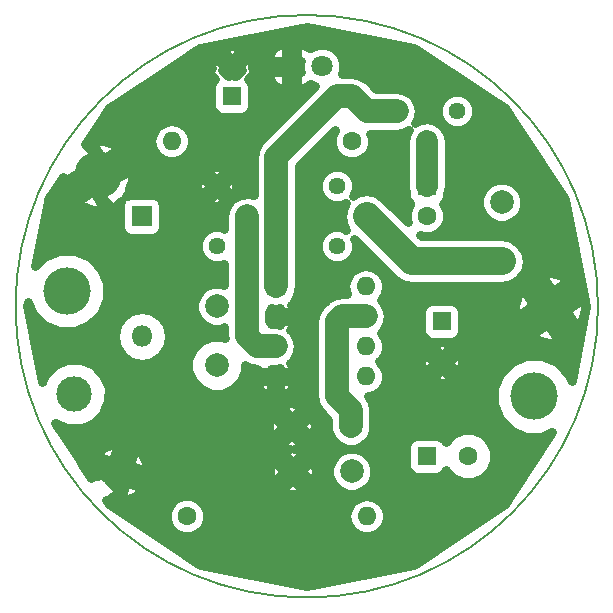
<source format=gbr>
%TF.GenerationSoftware,KiCad,Pcbnew,4.0.7*%
%TF.CreationDate,2020-08-23T22:37:38+12:00*%
%TF.ProjectId,jar-of-dirt,6A61722D6F662D646972742E6B696361,rev?*%
%TF.FileFunction,Copper,L2,Bot,Signal*%
%FSLAX46Y46*%
G04 Gerber Fmt 4.6, Leading zero omitted, Abs format (unit mm)*
G04 Created by KiCad (PCBNEW 4.0.7) date 2020 August 23, Sunday 22:37:38*
%MOMM*%
%LPD*%
G01*
G04 APERTURE LIST*
%ADD10C,0.150000*%
%ADD11C,1.440000*%
%ADD12C,2.999740*%
%ADD13C,4.000500*%
%ADD14R,1.600000X1.600000*%
%ADD15C,1.600000*%
%ADD16O,1.600000X1.600000*%
%ADD17R,1.800000X1.800000*%
%ADD18C,1.800000*%
%ADD19C,2.000000*%
%ADD20O,1.800000X1.800000*%
%ADD21C,2.000000*%
%ADD22C,1.900000*%
%ADD23C,2.400000*%
%ADD24C,0.800000*%
G04 APERTURE END LIST*
D10*
X146578940Y-74930000D02*
G75*
G03X146578940Y-74930000I-24658940J0D01*
G01*
D11*
X124460000Y-64770000D03*
X127000000Y-67310000D03*
X124460000Y-69850000D03*
D12*
X102235000Y-82379852D03*
X106045000Y-88978966D03*
D13*
X141190533Y-82569294D03*
X142513732Y-75065059D03*
D14*
X133350000Y-76200000D03*
D15*
X133350000Y-79700000D03*
D14*
X132080000Y-87630000D03*
D15*
X135580000Y-87630000D03*
X111760000Y-92710000D03*
D16*
X127000000Y-92710000D03*
D14*
X119291100Y-73253600D03*
D16*
X126911100Y-80873600D03*
X119291100Y-75793600D03*
X126911100Y-78333600D03*
X119291100Y-78333600D03*
X126911100Y-75793600D03*
X119291100Y-80873600D03*
X126911100Y-73253600D03*
D17*
X120650000Y-54610000D03*
D18*
X123190000Y-54610000D03*
D15*
X125730000Y-60960000D03*
D16*
X110490000Y-60960000D03*
D14*
X132080000Y-64770000D03*
D15*
X132080000Y-67270000D03*
D19*
X114300000Y-74930000D03*
X114300000Y-79930000D03*
X120650000Y-85090000D03*
X125650000Y-85090000D03*
X125730000Y-88900000D03*
X120730000Y-88900000D03*
X138430000Y-71120000D03*
X138430000Y-66120000D03*
D14*
X115570000Y-57150000D03*
D15*
X115570000Y-54650000D03*
D13*
X101600000Y-73660000D03*
X104229601Y-63846194D03*
D11*
X134620000Y-58420000D03*
X132080000Y-60960000D03*
X129540000Y-58420000D03*
X114300000Y-64770000D03*
X116840000Y-67310000D03*
X114300000Y-69850000D03*
D17*
X107950000Y-67310000D03*
D20*
X107950000Y-77470000D03*
D21*
X125650000Y-85090000D02*
X125650000Y-83740000D01*
X124866400Y-75793600D02*
X126911100Y-75793600D01*
X124460000Y-76200000D02*
X124866400Y-75793600D01*
X124460000Y-82550000D02*
X124460000Y-76200000D01*
X125650000Y-83740000D02*
X124460000Y-82550000D01*
D22*
X132080000Y-64770000D02*
X132080000Y-60960000D01*
D23*
X127000000Y-67310000D02*
X130810000Y-71120000D01*
X130810000Y-71120000D02*
X138430000Y-71120000D01*
D21*
X129540000Y-58420000D02*
X127000000Y-58420000D01*
X119340002Y-62269998D02*
X119340002Y-73253600D01*
X124460000Y-57150000D02*
X119340002Y-62269998D01*
X125730000Y-57150000D02*
X124460000Y-57150000D01*
X127000000Y-58420000D02*
X125730000Y-57150000D01*
X119340002Y-73253600D02*
X119291100Y-73253600D01*
X119291100Y-78333600D02*
X117703600Y-78333600D01*
X116840000Y-77470000D02*
X116840000Y-67310000D01*
X117703600Y-78333600D02*
X116840000Y-77470000D01*
D24*
G36*
X130983451Y-53048893D02*
X138667075Y-58182925D01*
X143801107Y-65866549D01*
X145603940Y-74930000D01*
X144339558Y-81286474D01*
X144074806Y-80645723D01*
X143119135Y-79688383D01*
X141869852Y-79169635D01*
X140517149Y-79168455D01*
X139266962Y-79685021D01*
X138309622Y-80640692D01*
X137790874Y-81889975D01*
X137789694Y-83242678D01*
X138306260Y-84492865D01*
X139261931Y-85450205D01*
X140511214Y-85968953D01*
X141863917Y-85970133D01*
X142715417Y-85618301D01*
X138667075Y-91677075D01*
X130983451Y-96811107D01*
X121920000Y-98613940D01*
X112856549Y-96811107D01*
X107222665Y-93046667D01*
X110059706Y-93046667D01*
X110317970Y-93671715D01*
X110795770Y-94150350D01*
X111420366Y-94409704D01*
X112096667Y-94410294D01*
X112721715Y-94152030D01*
X113200350Y-93674230D01*
X113459704Y-93049634D01*
X113460000Y-92710000D01*
X125266695Y-92710000D01*
X125396100Y-93360562D01*
X125764613Y-93912082D01*
X126316133Y-94280595D01*
X126966695Y-94410000D01*
X127033305Y-94410000D01*
X127683867Y-94280595D01*
X128235387Y-93912082D01*
X128603900Y-93360562D01*
X128733305Y-92710000D01*
X128603900Y-92059438D01*
X128235387Y-91507918D01*
X127683867Y-91139405D01*
X127033305Y-91010000D01*
X126966695Y-91010000D01*
X126316133Y-91139405D01*
X125764613Y-91507918D01*
X125396100Y-92059438D01*
X125266695Y-92710000D01*
X113460000Y-92710000D01*
X113460294Y-92373333D01*
X113202030Y-91748285D01*
X112724230Y-91269650D01*
X112099634Y-91010296D01*
X111423333Y-91009706D01*
X110798285Y-91267970D01*
X110319650Y-91745770D01*
X110060296Y-92370366D01*
X110059706Y-93046667D01*
X107222665Y-93046667D01*
X105172925Y-91677075D01*
X104929582Y-91312886D01*
X105098150Y-91481454D01*
X105386305Y-91193298D01*
X106228061Y-91193298D01*
X106547366Y-91373726D01*
X107425561Y-90999189D01*
X107867740Y-90611408D01*
X107869591Y-90411506D01*
X119925601Y-90411506D01*
X120034418Y-90708037D01*
X120779272Y-90836596D01*
X121425582Y-90708037D01*
X121534399Y-90411506D01*
X120730000Y-89607107D01*
X119925601Y-90411506D01*
X107869591Y-90411506D01*
X107871137Y-90244668D01*
X106575284Y-89897445D01*
X106228061Y-91193298D01*
X105386305Y-91193298D01*
X106030859Y-90548744D01*
X105097959Y-89615844D01*
X105126521Y-89509250D01*
X104941894Y-89459779D01*
X104475222Y-88993107D01*
X104205788Y-89262540D01*
X103830668Y-89162027D01*
X103675687Y-89436299D01*
X103350267Y-88949272D01*
X118793404Y-88949272D01*
X118921963Y-89595582D01*
X119218494Y-89704399D01*
X120022893Y-88900000D01*
X121437107Y-88900000D01*
X122241506Y-89704399D01*
X122538037Y-89595582D01*
X122593148Y-89276275D01*
X123829671Y-89276275D01*
X124118319Y-89974857D01*
X124652331Y-90509802D01*
X125350409Y-90799669D01*
X126106275Y-90800329D01*
X126804857Y-90511681D01*
X127339802Y-89977669D01*
X127629669Y-89279591D01*
X127630329Y-88523725D01*
X127341681Y-87825143D01*
X126807669Y-87290198D01*
X126109591Y-87000331D01*
X125353725Y-86999671D01*
X124655143Y-87288319D01*
X124120198Y-87822331D01*
X123830331Y-88520409D01*
X123829671Y-89276275D01*
X122593148Y-89276275D01*
X122666596Y-88850728D01*
X122538037Y-88204418D01*
X122241506Y-88095601D01*
X121437107Y-88900000D01*
X120022893Y-88900000D01*
X119218494Y-88095601D01*
X118921963Y-88204418D01*
X118793404Y-88949272D01*
X103350267Y-88949272D01*
X103015784Y-88448682D01*
X106963479Y-88448682D01*
X108259332Y-88795905D01*
X108439760Y-88476600D01*
X108065223Y-87598405D01*
X107677442Y-87156226D01*
X107310702Y-87152829D01*
X106963479Y-88448682D01*
X103015784Y-88448682D01*
X102524393Y-87713264D01*
X104218863Y-87713264D01*
X105514716Y-88060487D01*
X105861939Y-86764634D01*
X105573250Y-86601506D01*
X119845601Y-86601506D01*
X119954418Y-86898037D01*
X120519248Y-86995524D01*
X120034418Y-87091963D01*
X119925601Y-87388494D01*
X120730000Y-88192893D01*
X121534399Y-87388494D01*
X121425582Y-87091963D01*
X120860752Y-86994476D01*
X121345582Y-86898037D01*
X121454399Y-86601506D01*
X120650000Y-85797107D01*
X119845601Y-86601506D01*
X105573250Y-86601506D01*
X105542634Y-86584206D01*
X104664439Y-86958743D01*
X104222260Y-87346524D01*
X104218863Y-87713264D01*
X102524393Y-87713264D01*
X100607090Y-84843818D01*
X101655650Y-85279218D01*
X102809289Y-85280224D01*
X103150419Y-85139272D01*
X118713404Y-85139272D01*
X118841963Y-85785582D01*
X119138494Y-85894399D01*
X119942893Y-85090000D01*
X121357107Y-85090000D01*
X122161506Y-85894399D01*
X122458037Y-85785582D01*
X122586596Y-85040728D01*
X122458037Y-84394418D01*
X122161506Y-84285601D01*
X121357107Y-85090000D01*
X119942893Y-85090000D01*
X119138494Y-84285601D01*
X118841963Y-84394418D01*
X118713404Y-85139272D01*
X103150419Y-85139272D01*
X103875499Y-84839676D01*
X104691957Y-84024641D01*
X104877213Y-83578494D01*
X119845601Y-83578494D01*
X120650000Y-84382893D01*
X121454399Y-83578494D01*
X121345582Y-83281963D01*
X120600728Y-83153404D01*
X119954418Y-83281963D01*
X119845601Y-83578494D01*
X104877213Y-83578494D01*
X105134366Y-82959202D01*
X105135372Y-81805563D01*
X104694824Y-80739353D01*
X104361349Y-80405295D01*
X111899584Y-80405295D01*
X112264192Y-81287715D01*
X112938734Y-81963435D01*
X113820516Y-82329583D01*
X114775295Y-82330416D01*
X115657715Y-81965808D01*
X116097142Y-81527147D01*
X117721745Y-81527147D01*
X118086720Y-82073416D01*
X118637548Y-82442982D01*
X118891100Y-82300898D01*
X118891100Y-81273600D01*
X119691100Y-81273600D01*
X119691100Y-82300898D01*
X119944652Y-82442982D01*
X120495480Y-82073416D01*
X120860455Y-81527147D01*
X120710827Y-81273600D01*
X119691100Y-81273600D01*
X118891100Y-81273600D01*
X117871373Y-81273600D01*
X117721745Y-81527147D01*
X116097142Y-81527147D01*
X116333435Y-81291266D01*
X116699583Y-80409484D01*
X116700024Y-79904235D01*
X116976501Y-80088971D01*
X117703600Y-80233600D01*
X117729740Y-80233600D01*
X117871373Y-80473600D01*
X118891100Y-80473600D01*
X118891100Y-80233600D01*
X119291100Y-80233600D01*
X119691100Y-80154035D01*
X119691100Y-80473600D01*
X120710827Y-80473600D01*
X120860455Y-80220053D01*
X120539952Y-79740347D01*
X120634603Y-79677103D01*
X121046471Y-79060699D01*
X121191100Y-78333600D01*
X121046471Y-77606501D01*
X120634603Y-76990097D01*
X120539952Y-76926853D01*
X120860455Y-76447147D01*
X120714604Y-76200000D01*
X122560000Y-76200000D01*
X122560000Y-82550000D01*
X122704629Y-83277099D01*
X122906015Y-83578494D01*
X123116497Y-83893503D01*
X123750000Y-84527006D01*
X123750000Y-85089487D01*
X123749671Y-85466275D01*
X124038319Y-86164857D01*
X124572331Y-86699802D01*
X125270409Y-86989669D01*
X126026275Y-86990329D01*
X126414301Y-86830000D01*
X130362368Y-86830000D01*
X130362368Y-88430000D01*
X130425124Y-88763520D01*
X130622234Y-89069838D01*
X130922990Y-89275336D01*
X131280000Y-89347632D01*
X132880000Y-89347632D01*
X133213520Y-89284876D01*
X133519838Y-89087766D01*
X133695628Y-88830489D01*
X133713843Y-88874572D01*
X134332173Y-89493982D01*
X135140473Y-89829618D01*
X136015687Y-89830381D01*
X136824572Y-89496157D01*
X137443982Y-88877827D01*
X137779618Y-88069527D01*
X137780381Y-87194313D01*
X137446157Y-86385428D01*
X136827827Y-85766018D01*
X136019527Y-85430382D01*
X135144313Y-85429619D01*
X134335428Y-85763843D01*
X133716018Y-86382173D01*
X133694566Y-86433836D01*
X133537766Y-86190162D01*
X133237010Y-85984664D01*
X132880000Y-85912368D01*
X131280000Y-85912368D01*
X130946480Y-85975124D01*
X130640162Y-86172234D01*
X130434664Y-86472990D01*
X130362368Y-86830000D01*
X126414301Y-86830000D01*
X126724857Y-86701681D01*
X127259802Y-86167669D01*
X127549669Y-85469591D01*
X127550329Y-84713725D01*
X127550000Y-84712929D01*
X127550000Y-83740000D01*
X127405371Y-83012901D01*
X127092197Y-82544202D01*
X127594967Y-82444195D01*
X128146487Y-82075682D01*
X128515000Y-81524162D01*
X128617037Y-81011187D01*
X132604499Y-81011187D01*
X132682296Y-81299536D01*
X133345238Y-81433298D01*
X134008905Y-81303181D01*
X134017704Y-81299536D01*
X134095501Y-81011187D01*
X133350000Y-80265685D01*
X132604499Y-81011187D01*
X128617037Y-81011187D01*
X128644405Y-80873600D01*
X128515000Y-80223038D01*
X128162337Y-79695238D01*
X131616702Y-79695238D01*
X131746819Y-80358905D01*
X131750464Y-80367704D01*
X132038813Y-80445501D01*
X132784315Y-79700000D01*
X133915685Y-79700000D01*
X134661187Y-80445501D01*
X134949536Y-80367704D01*
X135083298Y-79704762D01*
X134953181Y-79041095D01*
X134949536Y-79032296D01*
X134661187Y-78954499D01*
X133915685Y-79700000D01*
X132784315Y-79700000D01*
X132038813Y-78954499D01*
X131750464Y-79032296D01*
X131616702Y-79695238D01*
X128162337Y-79695238D01*
X128146487Y-79671518D01*
X128044840Y-79603600D01*
X128146487Y-79535682D01*
X128515000Y-78984162D01*
X128633422Y-78388813D01*
X132604499Y-78388813D01*
X133350000Y-79134315D01*
X134095501Y-78388813D01*
X134017704Y-78100464D01*
X133354762Y-77966702D01*
X132691095Y-78096819D01*
X132682296Y-78100464D01*
X132604499Y-78388813D01*
X128633422Y-78388813D01*
X128644405Y-78333600D01*
X128515000Y-77683038D01*
X128182438Y-77185322D01*
X128254603Y-77137103D01*
X128666471Y-76520699D01*
X128811100Y-75793600D01*
X128732809Y-75400000D01*
X131632368Y-75400000D01*
X131632368Y-77000000D01*
X131695124Y-77333520D01*
X131892234Y-77639838D01*
X132192990Y-77845336D01*
X132550000Y-77917632D01*
X134150000Y-77917632D01*
X134483520Y-77854876D01*
X134789838Y-77657766D01*
X134995336Y-77357010D01*
X134998255Y-77342591D01*
X141004743Y-77342591D01*
X141206694Y-77717589D01*
X142321266Y-78015858D01*
X142834727Y-78004655D01*
X143152756Y-77721344D01*
X142268126Y-76457962D01*
X141004743Y-77342591D01*
X134998255Y-77342591D01*
X135067632Y-77000000D01*
X135067632Y-75400000D01*
X135004876Y-75066480D01*
X134880114Y-74872593D01*
X139562933Y-74872593D01*
X139574136Y-75386054D01*
X139857447Y-75704083D01*
X140419305Y-75310665D01*
X143906635Y-75310665D01*
X144791264Y-76574048D01*
X145166262Y-76372097D01*
X145464531Y-75257525D01*
X145453328Y-74744064D01*
X145170017Y-74426035D01*
X143906635Y-75310665D01*
X140419305Y-75310665D01*
X141120829Y-74819453D01*
X140236200Y-73556070D01*
X139861202Y-73758021D01*
X139562933Y-74872593D01*
X134880114Y-74872593D01*
X134807766Y-74760162D01*
X134507010Y-74554664D01*
X134150000Y-74482368D01*
X132550000Y-74482368D01*
X132216480Y-74545124D01*
X131910162Y-74742234D01*
X131704664Y-75042990D01*
X131632368Y-75400000D01*
X128732809Y-75400000D01*
X128666471Y-75066501D01*
X128254603Y-74450097D01*
X128182438Y-74401878D01*
X128515000Y-73904162D01*
X128644405Y-73253600D01*
X128515000Y-72603038D01*
X128146487Y-72051518D01*
X127594967Y-71683005D01*
X126944405Y-71553600D01*
X126877795Y-71553600D01*
X126227233Y-71683005D01*
X125675713Y-72051518D01*
X125307200Y-72603038D01*
X125177795Y-73253600D01*
X125305099Y-73893600D01*
X124866400Y-73893600D01*
X124139301Y-74038229D01*
X123558908Y-74426035D01*
X123522897Y-74450097D01*
X123116497Y-74856497D01*
X122704629Y-75472901D01*
X122560000Y-76200000D01*
X120714604Y-76200000D01*
X120710827Y-76193600D01*
X119691100Y-76193600D01*
X119691100Y-76513165D01*
X119291100Y-76433600D01*
X118891100Y-76433600D01*
X118891100Y-76193600D01*
X118740000Y-76193600D01*
X118740000Y-75393600D01*
X118891100Y-75393600D01*
X118891100Y-75074035D01*
X119291100Y-75153600D01*
X119340002Y-75153600D01*
X119691100Y-75083762D01*
X119691100Y-75393600D01*
X120710827Y-75393600D01*
X120860455Y-75140053D01*
X120621213Y-74781972D01*
X120730938Y-74711366D01*
X120936436Y-74410610D01*
X120992238Y-74135052D01*
X121095373Y-73980699D01*
X121240002Y-73253600D01*
X121240002Y-63057004D01*
X124281423Y-60015583D01*
X124030296Y-60620366D01*
X124029706Y-61296667D01*
X124287970Y-61921715D01*
X124765770Y-62400350D01*
X125390366Y-62659704D01*
X126066667Y-62660294D01*
X126691715Y-62402030D01*
X127170350Y-61924230D01*
X127429704Y-61299634D01*
X127430294Y-60623333D01*
X127304960Y-60320000D01*
X129540000Y-60320000D01*
X130267099Y-60175371D01*
X130547025Y-59988330D01*
X130370823Y-60252036D01*
X130230000Y-60960000D01*
X130230000Y-64770000D01*
X130362368Y-65435458D01*
X130362368Y-65570000D01*
X130425124Y-65903520D01*
X130622234Y-66209838D01*
X130689624Y-66255883D01*
X130639650Y-66305770D01*
X130380296Y-66930366D01*
X130379706Y-67606667D01*
X130459407Y-67799559D01*
X128484924Y-65825076D01*
X127803635Y-65369853D01*
X127000000Y-65210000D01*
X126196365Y-65369853D01*
X125876199Y-65583781D01*
X126079718Y-65093652D01*
X126080281Y-64449176D01*
X125834170Y-63853542D01*
X125378855Y-63397431D01*
X124783652Y-63150282D01*
X124139176Y-63149719D01*
X123543542Y-63395830D01*
X123087431Y-63851145D01*
X122840282Y-64446348D01*
X122839719Y-65090824D01*
X123085830Y-65686458D01*
X123541145Y-66142569D01*
X124136348Y-66389718D01*
X124780824Y-66390281D01*
X125273416Y-66186746D01*
X125059853Y-66506365D01*
X124900000Y-67310000D01*
X125059853Y-68113635D01*
X125273781Y-68433801D01*
X124783652Y-68230282D01*
X124139176Y-68229719D01*
X123543542Y-68475830D01*
X123087431Y-68931145D01*
X122840282Y-69526348D01*
X122839719Y-70170824D01*
X123085830Y-70766458D01*
X123541145Y-71222569D01*
X124136348Y-71469718D01*
X124780824Y-71470281D01*
X125376458Y-71224170D01*
X125832569Y-70768855D01*
X126079718Y-70173652D01*
X126080281Y-69529176D01*
X125961249Y-69241097D01*
X129325076Y-72604924D01*
X130006365Y-73060147D01*
X130810000Y-73220000D01*
X138430000Y-73220000D01*
X139233635Y-73060147D01*
X139914924Y-72604924D01*
X140045987Y-72408774D01*
X141874708Y-72408774D01*
X142759338Y-73672156D01*
X144022721Y-72787527D01*
X143820770Y-72412529D01*
X142706198Y-72114260D01*
X142192737Y-72125463D01*
X141874708Y-72408774D01*
X140045987Y-72408774D01*
X140370147Y-71923635D01*
X140530000Y-71120000D01*
X140370147Y-70316365D01*
X139914924Y-69635076D01*
X139233635Y-69179853D01*
X138430000Y-69020000D01*
X131679848Y-69020000D01*
X131550864Y-68891016D01*
X131740366Y-68969704D01*
X132416667Y-68970294D01*
X133041715Y-68712030D01*
X133520350Y-68234230D01*
X133779704Y-67609634D01*
X133780294Y-66933333D01*
X133599706Y-66496275D01*
X136529671Y-66496275D01*
X136818319Y-67194857D01*
X137352331Y-67729802D01*
X138050409Y-68019669D01*
X138806275Y-68020329D01*
X139504857Y-67731681D01*
X140039802Y-67197669D01*
X140329669Y-66499591D01*
X140330329Y-65743725D01*
X140041681Y-65045143D01*
X139507669Y-64510198D01*
X138809591Y-64220331D01*
X138053725Y-64219671D01*
X137355143Y-64508319D01*
X136820198Y-65042331D01*
X136530331Y-65740409D01*
X136529671Y-66496275D01*
X133599706Y-66496275D01*
X133522030Y-66308285D01*
X133472232Y-66258400D01*
X133519838Y-66227766D01*
X133725336Y-65927010D01*
X133797632Y-65570000D01*
X133797632Y-65435458D01*
X133930000Y-64770000D01*
X133930000Y-60960000D01*
X133789177Y-60252036D01*
X133388148Y-59651852D01*
X132787964Y-59250823D01*
X132080000Y-59110000D01*
X131372036Y-59250823D01*
X131108330Y-59427025D01*
X131295371Y-59147099D01*
X131376184Y-58740824D01*
X132999719Y-58740824D01*
X133245830Y-59336458D01*
X133701145Y-59792569D01*
X134296348Y-60039718D01*
X134940824Y-60040281D01*
X135536458Y-59794170D01*
X135992569Y-59338855D01*
X136239718Y-58743652D01*
X136240281Y-58099176D01*
X135994170Y-57503542D01*
X135538855Y-57047431D01*
X134943652Y-56800282D01*
X134299176Y-56799719D01*
X133703542Y-57045830D01*
X133247431Y-57501145D01*
X133000282Y-58096348D01*
X132999719Y-58740824D01*
X131376184Y-58740824D01*
X131440000Y-58420000D01*
X131295371Y-57692901D01*
X130883503Y-57076497D01*
X130267099Y-56664629D01*
X129540000Y-56520000D01*
X127787006Y-56520000D01*
X127073503Y-55806497D01*
X126902496Y-55692234D01*
X126457099Y-55394629D01*
X125730000Y-55250000D01*
X124873260Y-55250000D01*
X124989687Y-54969613D01*
X124990312Y-54253529D01*
X124716855Y-53591714D01*
X124210949Y-53084924D01*
X123549613Y-52810313D01*
X122833529Y-52809688D01*
X122188855Y-53076063D01*
X122059809Y-52947017D01*
X121729021Y-52810000D01*
X121325000Y-52810000D01*
X121100000Y-53035000D01*
X121100000Y-54160000D01*
X121427845Y-54160000D01*
X121390313Y-54250387D01*
X121389688Y-54966471D01*
X121428333Y-55060000D01*
X121100000Y-55060000D01*
X121100000Y-56185000D01*
X121325000Y-56410000D01*
X121729021Y-56410000D01*
X122059809Y-56272983D01*
X122189306Y-56143486D01*
X122606340Y-56316654D01*
X117996499Y-60926495D01*
X117584631Y-61542899D01*
X117440002Y-62269998D01*
X117440002Y-65529348D01*
X116840000Y-65410000D01*
X116112901Y-65554629D01*
X115496497Y-65966497D01*
X115084629Y-66582901D01*
X114940000Y-67310000D01*
X114940000Y-68361641D01*
X114623652Y-68230282D01*
X113979176Y-68229719D01*
X113383542Y-68475830D01*
X112927431Y-68931145D01*
X112680282Y-69526348D01*
X112679719Y-70170824D01*
X112925830Y-70766458D01*
X113381145Y-71222569D01*
X113976348Y-71469718D01*
X114620824Y-71470281D01*
X114940000Y-71338400D01*
X114940000Y-73138462D01*
X114679591Y-73030331D01*
X113923725Y-73029671D01*
X113225143Y-73318319D01*
X112690198Y-73852331D01*
X112400331Y-74550409D01*
X112399671Y-75306275D01*
X112688319Y-76004857D01*
X113222331Y-76539802D01*
X113920409Y-76829669D01*
X114676275Y-76830329D01*
X114940000Y-76721360D01*
X114940000Y-77470000D01*
X114967551Y-77608509D01*
X114779484Y-77530417D01*
X113824705Y-77529584D01*
X112942285Y-77894192D01*
X112266565Y-78568734D01*
X111900417Y-79450516D01*
X111899584Y-80405295D01*
X104361349Y-80405295D01*
X103879789Y-79922895D01*
X102814350Y-79480486D01*
X101660711Y-79479480D01*
X100594501Y-79920028D01*
X99778043Y-80735063D01*
X99516194Y-81365666D01*
X98732335Y-77424940D01*
X105650000Y-77424940D01*
X105650000Y-77515060D01*
X105825077Y-78395232D01*
X106323654Y-79141406D01*
X107069828Y-79639983D01*
X107950000Y-79815060D01*
X108830172Y-79639983D01*
X109576346Y-79141406D01*
X110074923Y-78395232D01*
X110250000Y-77515060D01*
X110250000Y-77424940D01*
X110074923Y-76544768D01*
X109576346Y-75798594D01*
X108830172Y-75300017D01*
X107950000Y-75124940D01*
X107069828Y-75300017D01*
X106323654Y-75798594D01*
X105825077Y-76544768D01*
X105650000Y-77424940D01*
X98732335Y-77424940D01*
X98236060Y-74930000D01*
X98304178Y-74587546D01*
X98715727Y-75583571D01*
X99671398Y-76540911D01*
X100920681Y-77059659D01*
X102273384Y-77060839D01*
X103523571Y-76544273D01*
X104480911Y-75588602D01*
X104999659Y-74339319D01*
X105000839Y-72986616D01*
X104484273Y-71736429D01*
X103528602Y-70779089D01*
X102279319Y-70260341D01*
X100926616Y-70259161D01*
X99676429Y-70775727D01*
X98910262Y-71540558D01*
X100015621Y-65983543D01*
X102527855Y-65983543D01*
X102696354Y-66374714D01*
X103780688Y-66768990D01*
X104293172Y-66802580D01*
X104634682Y-66548065D01*
X103981069Y-65415972D01*
X104243742Y-65415972D01*
X105537205Y-66709436D01*
X106228422Y-66018219D01*
X106204664Y-66052990D01*
X106132368Y-66410000D01*
X106132368Y-68210000D01*
X106195124Y-68543520D01*
X106392234Y-68849838D01*
X106692990Y-69055336D01*
X107050000Y-69127632D01*
X108850000Y-69127632D01*
X109183520Y-69064876D01*
X109489838Y-68867766D01*
X109695336Y-68567010D01*
X109767632Y-68210000D01*
X109767632Y-66410000D01*
X109704876Y-66076480D01*
X109656159Y-66000771D01*
X113578346Y-66000771D01*
X113643719Y-66285762D01*
X114273733Y-66421529D01*
X114907746Y-66305866D01*
X114956281Y-66285762D01*
X115021654Y-66000771D01*
X114300000Y-65279117D01*
X113578346Y-66000771D01*
X109656159Y-66000771D01*
X109507766Y-65770162D01*
X109207010Y-65564664D01*
X108850000Y-65492368D01*
X107050000Y-65492368D01*
X106716480Y-65555124D01*
X106646461Y-65600180D01*
X107092843Y-65153798D01*
X106907544Y-64968499D01*
X106989271Y-64743733D01*
X112648471Y-64743733D01*
X112764134Y-65377746D01*
X112784238Y-65426281D01*
X113069229Y-65491654D01*
X113790883Y-64770000D01*
X114809117Y-64770000D01*
X115530771Y-65491654D01*
X115815762Y-65426281D01*
X115951529Y-64796267D01*
X115835866Y-64162254D01*
X115815762Y-64113719D01*
X115530771Y-64048346D01*
X114809117Y-64770000D01*
X113790883Y-64770000D01*
X113069229Y-64048346D01*
X112784238Y-64113719D01*
X112648471Y-64743733D01*
X106989271Y-64743733D01*
X107152397Y-64295107D01*
X107185987Y-63782623D01*
X107004595Y-63539229D01*
X113578346Y-63539229D01*
X114300000Y-64260883D01*
X115021654Y-63539229D01*
X114956281Y-63254238D01*
X114326267Y-63118471D01*
X113692254Y-63234134D01*
X113643719Y-63254238D01*
X113578346Y-63539229D01*
X107004595Y-63539229D01*
X106931472Y-63441113D01*
X105947978Y-64008934D01*
X105799379Y-63860335D01*
X104243742Y-65415972D01*
X103981069Y-65415972D01*
X103863530Y-65212390D01*
X102527855Y-65983543D01*
X100015621Y-65983543D01*
X100038893Y-65866549D01*
X101311789Y-63961524D01*
X101527730Y-64251275D01*
X102511224Y-63683454D01*
X102659823Y-63832053D01*
X104215460Y-62276416D01*
X103149796Y-61210752D01*
X103194182Y-61144323D01*
X103824520Y-61144323D01*
X104595672Y-62479998D01*
X105931347Y-61708845D01*
X105762848Y-61317674D01*
X104779177Y-60960000D01*
X108756695Y-60960000D01*
X108886100Y-61610562D01*
X109254613Y-62162082D01*
X109806133Y-62530595D01*
X110456695Y-62660000D01*
X110523305Y-62660000D01*
X111173867Y-62530595D01*
X111725387Y-62162082D01*
X112093900Y-61610562D01*
X112223305Y-60960000D01*
X112093900Y-60309438D01*
X111725387Y-59757918D01*
X111173867Y-59389405D01*
X110523305Y-59260000D01*
X110456695Y-59260000D01*
X109806133Y-59389405D01*
X109254613Y-59757918D01*
X108886100Y-60309438D01*
X108756695Y-60960000D01*
X104779177Y-60960000D01*
X104678514Y-60923398D01*
X104166030Y-60889808D01*
X103824520Y-61144323D01*
X103194182Y-61144323D01*
X105172925Y-58182925D01*
X109798415Y-55092272D01*
X113572090Y-55092272D01*
X114155651Y-55675833D01*
X114130162Y-55692234D01*
X113924664Y-55992990D01*
X113852368Y-56350000D01*
X113852368Y-57950000D01*
X113915124Y-58283520D01*
X114112234Y-58589838D01*
X114412990Y-58795336D01*
X114770000Y-58867632D01*
X116370000Y-58867632D01*
X116703520Y-58804876D01*
X117009838Y-58607766D01*
X117215336Y-58307010D01*
X117287632Y-57950000D01*
X117287632Y-56350000D01*
X117224876Y-56016480D01*
X117027766Y-55710162D01*
X116981579Y-55678603D01*
X117375182Y-55285000D01*
X118850000Y-55285000D01*
X118850000Y-55689021D01*
X118987017Y-56019809D01*
X119240191Y-56272983D01*
X119570979Y-56410000D01*
X119975000Y-56410000D01*
X120200000Y-56185000D01*
X120200000Y-55060000D01*
X119075000Y-55060000D01*
X118850000Y-55285000D01*
X117375182Y-55285000D01*
X117567910Y-55092272D01*
X117274269Y-54798632D01*
X117303298Y-54654762D01*
X117173181Y-53991095D01*
X117169536Y-53982296D01*
X116881187Y-53904499D01*
X116135685Y-54650000D01*
X116418528Y-54932843D01*
X115919003Y-55432368D01*
X115786683Y-55432368D01*
X115570000Y-55215685D01*
X115353317Y-55432368D01*
X115220997Y-55432368D01*
X114721472Y-54932843D01*
X115004315Y-54650000D01*
X114258813Y-53904499D01*
X113970464Y-53982296D01*
X113836702Y-54645238D01*
X113866605Y-54797758D01*
X113572090Y-55092272D01*
X109798415Y-55092272D01*
X112422652Y-53338813D01*
X114824499Y-53338813D01*
X115570000Y-54084315D01*
X116123335Y-53530979D01*
X118850000Y-53530979D01*
X118850000Y-53935000D01*
X119075000Y-54160000D01*
X120200000Y-54160000D01*
X120200000Y-53035000D01*
X119975000Y-52810000D01*
X119570979Y-52810000D01*
X119240191Y-52947017D01*
X118987017Y-53200191D01*
X118850000Y-53530979D01*
X116123335Y-53530979D01*
X116315501Y-53338813D01*
X116237704Y-53050464D01*
X115574762Y-52916702D01*
X114911095Y-53046819D01*
X114902296Y-53050464D01*
X114824499Y-53338813D01*
X112422652Y-53338813D01*
X112856549Y-53048893D01*
X121920000Y-51246060D01*
X130983451Y-53048893D01*
X130983451Y-53048893D01*
G37*
X130983451Y-53048893D02*
X138667075Y-58182925D01*
X143801107Y-65866549D01*
X145603940Y-74930000D01*
X144339558Y-81286474D01*
X144074806Y-80645723D01*
X143119135Y-79688383D01*
X141869852Y-79169635D01*
X140517149Y-79168455D01*
X139266962Y-79685021D01*
X138309622Y-80640692D01*
X137790874Y-81889975D01*
X137789694Y-83242678D01*
X138306260Y-84492865D01*
X139261931Y-85450205D01*
X140511214Y-85968953D01*
X141863917Y-85970133D01*
X142715417Y-85618301D01*
X138667075Y-91677075D01*
X130983451Y-96811107D01*
X121920000Y-98613940D01*
X112856549Y-96811107D01*
X107222665Y-93046667D01*
X110059706Y-93046667D01*
X110317970Y-93671715D01*
X110795770Y-94150350D01*
X111420366Y-94409704D01*
X112096667Y-94410294D01*
X112721715Y-94152030D01*
X113200350Y-93674230D01*
X113459704Y-93049634D01*
X113460000Y-92710000D01*
X125266695Y-92710000D01*
X125396100Y-93360562D01*
X125764613Y-93912082D01*
X126316133Y-94280595D01*
X126966695Y-94410000D01*
X127033305Y-94410000D01*
X127683867Y-94280595D01*
X128235387Y-93912082D01*
X128603900Y-93360562D01*
X128733305Y-92710000D01*
X128603900Y-92059438D01*
X128235387Y-91507918D01*
X127683867Y-91139405D01*
X127033305Y-91010000D01*
X126966695Y-91010000D01*
X126316133Y-91139405D01*
X125764613Y-91507918D01*
X125396100Y-92059438D01*
X125266695Y-92710000D01*
X113460000Y-92710000D01*
X113460294Y-92373333D01*
X113202030Y-91748285D01*
X112724230Y-91269650D01*
X112099634Y-91010296D01*
X111423333Y-91009706D01*
X110798285Y-91267970D01*
X110319650Y-91745770D01*
X110060296Y-92370366D01*
X110059706Y-93046667D01*
X107222665Y-93046667D01*
X105172925Y-91677075D01*
X104929582Y-91312886D01*
X105098150Y-91481454D01*
X105386305Y-91193298D01*
X106228061Y-91193298D01*
X106547366Y-91373726D01*
X107425561Y-90999189D01*
X107867740Y-90611408D01*
X107869591Y-90411506D01*
X119925601Y-90411506D01*
X120034418Y-90708037D01*
X120779272Y-90836596D01*
X121425582Y-90708037D01*
X121534399Y-90411506D01*
X120730000Y-89607107D01*
X119925601Y-90411506D01*
X107869591Y-90411506D01*
X107871137Y-90244668D01*
X106575284Y-89897445D01*
X106228061Y-91193298D01*
X105386305Y-91193298D01*
X106030859Y-90548744D01*
X105097959Y-89615844D01*
X105126521Y-89509250D01*
X104941894Y-89459779D01*
X104475222Y-88993107D01*
X104205788Y-89262540D01*
X103830668Y-89162027D01*
X103675687Y-89436299D01*
X103350267Y-88949272D01*
X118793404Y-88949272D01*
X118921963Y-89595582D01*
X119218494Y-89704399D01*
X120022893Y-88900000D01*
X121437107Y-88900000D01*
X122241506Y-89704399D01*
X122538037Y-89595582D01*
X122593148Y-89276275D01*
X123829671Y-89276275D01*
X124118319Y-89974857D01*
X124652331Y-90509802D01*
X125350409Y-90799669D01*
X126106275Y-90800329D01*
X126804857Y-90511681D01*
X127339802Y-89977669D01*
X127629669Y-89279591D01*
X127630329Y-88523725D01*
X127341681Y-87825143D01*
X126807669Y-87290198D01*
X126109591Y-87000331D01*
X125353725Y-86999671D01*
X124655143Y-87288319D01*
X124120198Y-87822331D01*
X123830331Y-88520409D01*
X123829671Y-89276275D01*
X122593148Y-89276275D01*
X122666596Y-88850728D01*
X122538037Y-88204418D01*
X122241506Y-88095601D01*
X121437107Y-88900000D01*
X120022893Y-88900000D01*
X119218494Y-88095601D01*
X118921963Y-88204418D01*
X118793404Y-88949272D01*
X103350267Y-88949272D01*
X103015784Y-88448682D01*
X106963479Y-88448682D01*
X108259332Y-88795905D01*
X108439760Y-88476600D01*
X108065223Y-87598405D01*
X107677442Y-87156226D01*
X107310702Y-87152829D01*
X106963479Y-88448682D01*
X103015784Y-88448682D01*
X102524393Y-87713264D01*
X104218863Y-87713264D01*
X105514716Y-88060487D01*
X105861939Y-86764634D01*
X105573250Y-86601506D01*
X119845601Y-86601506D01*
X119954418Y-86898037D01*
X120519248Y-86995524D01*
X120034418Y-87091963D01*
X119925601Y-87388494D01*
X120730000Y-88192893D01*
X121534399Y-87388494D01*
X121425582Y-87091963D01*
X120860752Y-86994476D01*
X121345582Y-86898037D01*
X121454399Y-86601506D01*
X120650000Y-85797107D01*
X119845601Y-86601506D01*
X105573250Y-86601506D01*
X105542634Y-86584206D01*
X104664439Y-86958743D01*
X104222260Y-87346524D01*
X104218863Y-87713264D01*
X102524393Y-87713264D01*
X100607090Y-84843818D01*
X101655650Y-85279218D01*
X102809289Y-85280224D01*
X103150419Y-85139272D01*
X118713404Y-85139272D01*
X118841963Y-85785582D01*
X119138494Y-85894399D01*
X119942893Y-85090000D01*
X121357107Y-85090000D01*
X122161506Y-85894399D01*
X122458037Y-85785582D01*
X122586596Y-85040728D01*
X122458037Y-84394418D01*
X122161506Y-84285601D01*
X121357107Y-85090000D01*
X119942893Y-85090000D01*
X119138494Y-84285601D01*
X118841963Y-84394418D01*
X118713404Y-85139272D01*
X103150419Y-85139272D01*
X103875499Y-84839676D01*
X104691957Y-84024641D01*
X104877213Y-83578494D01*
X119845601Y-83578494D01*
X120650000Y-84382893D01*
X121454399Y-83578494D01*
X121345582Y-83281963D01*
X120600728Y-83153404D01*
X119954418Y-83281963D01*
X119845601Y-83578494D01*
X104877213Y-83578494D01*
X105134366Y-82959202D01*
X105135372Y-81805563D01*
X104694824Y-80739353D01*
X104361349Y-80405295D01*
X111899584Y-80405295D01*
X112264192Y-81287715D01*
X112938734Y-81963435D01*
X113820516Y-82329583D01*
X114775295Y-82330416D01*
X115657715Y-81965808D01*
X116097142Y-81527147D01*
X117721745Y-81527147D01*
X118086720Y-82073416D01*
X118637548Y-82442982D01*
X118891100Y-82300898D01*
X118891100Y-81273600D01*
X119691100Y-81273600D01*
X119691100Y-82300898D01*
X119944652Y-82442982D01*
X120495480Y-82073416D01*
X120860455Y-81527147D01*
X120710827Y-81273600D01*
X119691100Y-81273600D01*
X118891100Y-81273600D01*
X117871373Y-81273600D01*
X117721745Y-81527147D01*
X116097142Y-81527147D01*
X116333435Y-81291266D01*
X116699583Y-80409484D01*
X116700024Y-79904235D01*
X116976501Y-80088971D01*
X117703600Y-80233600D01*
X117729740Y-80233600D01*
X117871373Y-80473600D01*
X118891100Y-80473600D01*
X118891100Y-80233600D01*
X119291100Y-80233600D01*
X119691100Y-80154035D01*
X119691100Y-80473600D01*
X120710827Y-80473600D01*
X120860455Y-80220053D01*
X120539952Y-79740347D01*
X120634603Y-79677103D01*
X121046471Y-79060699D01*
X121191100Y-78333600D01*
X121046471Y-77606501D01*
X120634603Y-76990097D01*
X120539952Y-76926853D01*
X120860455Y-76447147D01*
X120714604Y-76200000D01*
X122560000Y-76200000D01*
X122560000Y-82550000D01*
X122704629Y-83277099D01*
X122906015Y-83578494D01*
X123116497Y-83893503D01*
X123750000Y-84527006D01*
X123750000Y-85089487D01*
X123749671Y-85466275D01*
X124038319Y-86164857D01*
X124572331Y-86699802D01*
X125270409Y-86989669D01*
X126026275Y-86990329D01*
X126414301Y-86830000D01*
X130362368Y-86830000D01*
X130362368Y-88430000D01*
X130425124Y-88763520D01*
X130622234Y-89069838D01*
X130922990Y-89275336D01*
X131280000Y-89347632D01*
X132880000Y-89347632D01*
X133213520Y-89284876D01*
X133519838Y-89087766D01*
X133695628Y-88830489D01*
X133713843Y-88874572D01*
X134332173Y-89493982D01*
X135140473Y-89829618D01*
X136015687Y-89830381D01*
X136824572Y-89496157D01*
X137443982Y-88877827D01*
X137779618Y-88069527D01*
X137780381Y-87194313D01*
X137446157Y-86385428D01*
X136827827Y-85766018D01*
X136019527Y-85430382D01*
X135144313Y-85429619D01*
X134335428Y-85763843D01*
X133716018Y-86382173D01*
X133694566Y-86433836D01*
X133537766Y-86190162D01*
X133237010Y-85984664D01*
X132880000Y-85912368D01*
X131280000Y-85912368D01*
X130946480Y-85975124D01*
X130640162Y-86172234D01*
X130434664Y-86472990D01*
X130362368Y-86830000D01*
X126414301Y-86830000D01*
X126724857Y-86701681D01*
X127259802Y-86167669D01*
X127549669Y-85469591D01*
X127550329Y-84713725D01*
X127550000Y-84712929D01*
X127550000Y-83740000D01*
X127405371Y-83012901D01*
X127092197Y-82544202D01*
X127594967Y-82444195D01*
X128146487Y-82075682D01*
X128515000Y-81524162D01*
X128617037Y-81011187D01*
X132604499Y-81011187D01*
X132682296Y-81299536D01*
X133345238Y-81433298D01*
X134008905Y-81303181D01*
X134017704Y-81299536D01*
X134095501Y-81011187D01*
X133350000Y-80265685D01*
X132604499Y-81011187D01*
X128617037Y-81011187D01*
X128644405Y-80873600D01*
X128515000Y-80223038D01*
X128162337Y-79695238D01*
X131616702Y-79695238D01*
X131746819Y-80358905D01*
X131750464Y-80367704D01*
X132038813Y-80445501D01*
X132784315Y-79700000D01*
X133915685Y-79700000D01*
X134661187Y-80445501D01*
X134949536Y-80367704D01*
X135083298Y-79704762D01*
X134953181Y-79041095D01*
X134949536Y-79032296D01*
X134661187Y-78954499D01*
X133915685Y-79700000D01*
X132784315Y-79700000D01*
X132038813Y-78954499D01*
X131750464Y-79032296D01*
X131616702Y-79695238D01*
X128162337Y-79695238D01*
X128146487Y-79671518D01*
X128044840Y-79603600D01*
X128146487Y-79535682D01*
X128515000Y-78984162D01*
X128633422Y-78388813D01*
X132604499Y-78388813D01*
X133350000Y-79134315D01*
X134095501Y-78388813D01*
X134017704Y-78100464D01*
X133354762Y-77966702D01*
X132691095Y-78096819D01*
X132682296Y-78100464D01*
X132604499Y-78388813D01*
X128633422Y-78388813D01*
X128644405Y-78333600D01*
X128515000Y-77683038D01*
X128182438Y-77185322D01*
X128254603Y-77137103D01*
X128666471Y-76520699D01*
X128811100Y-75793600D01*
X128732809Y-75400000D01*
X131632368Y-75400000D01*
X131632368Y-77000000D01*
X131695124Y-77333520D01*
X131892234Y-77639838D01*
X132192990Y-77845336D01*
X132550000Y-77917632D01*
X134150000Y-77917632D01*
X134483520Y-77854876D01*
X134789838Y-77657766D01*
X134995336Y-77357010D01*
X134998255Y-77342591D01*
X141004743Y-77342591D01*
X141206694Y-77717589D01*
X142321266Y-78015858D01*
X142834727Y-78004655D01*
X143152756Y-77721344D01*
X142268126Y-76457962D01*
X141004743Y-77342591D01*
X134998255Y-77342591D01*
X135067632Y-77000000D01*
X135067632Y-75400000D01*
X135004876Y-75066480D01*
X134880114Y-74872593D01*
X139562933Y-74872593D01*
X139574136Y-75386054D01*
X139857447Y-75704083D01*
X140419305Y-75310665D01*
X143906635Y-75310665D01*
X144791264Y-76574048D01*
X145166262Y-76372097D01*
X145464531Y-75257525D01*
X145453328Y-74744064D01*
X145170017Y-74426035D01*
X143906635Y-75310665D01*
X140419305Y-75310665D01*
X141120829Y-74819453D01*
X140236200Y-73556070D01*
X139861202Y-73758021D01*
X139562933Y-74872593D01*
X134880114Y-74872593D01*
X134807766Y-74760162D01*
X134507010Y-74554664D01*
X134150000Y-74482368D01*
X132550000Y-74482368D01*
X132216480Y-74545124D01*
X131910162Y-74742234D01*
X131704664Y-75042990D01*
X131632368Y-75400000D01*
X128732809Y-75400000D01*
X128666471Y-75066501D01*
X128254603Y-74450097D01*
X128182438Y-74401878D01*
X128515000Y-73904162D01*
X128644405Y-73253600D01*
X128515000Y-72603038D01*
X128146487Y-72051518D01*
X127594967Y-71683005D01*
X126944405Y-71553600D01*
X126877795Y-71553600D01*
X126227233Y-71683005D01*
X125675713Y-72051518D01*
X125307200Y-72603038D01*
X125177795Y-73253600D01*
X125305099Y-73893600D01*
X124866400Y-73893600D01*
X124139301Y-74038229D01*
X123558908Y-74426035D01*
X123522897Y-74450097D01*
X123116497Y-74856497D01*
X122704629Y-75472901D01*
X122560000Y-76200000D01*
X120714604Y-76200000D01*
X120710827Y-76193600D01*
X119691100Y-76193600D01*
X119691100Y-76513165D01*
X119291100Y-76433600D01*
X118891100Y-76433600D01*
X118891100Y-76193600D01*
X118740000Y-76193600D01*
X118740000Y-75393600D01*
X118891100Y-75393600D01*
X118891100Y-75074035D01*
X119291100Y-75153600D01*
X119340002Y-75153600D01*
X119691100Y-75083762D01*
X119691100Y-75393600D01*
X120710827Y-75393600D01*
X120860455Y-75140053D01*
X120621213Y-74781972D01*
X120730938Y-74711366D01*
X120936436Y-74410610D01*
X120992238Y-74135052D01*
X121095373Y-73980699D01*
X121240002Y-73253600D01*
X121240002Y-63057004D01*
X124281423Y-60015583D01*
X124030296Y-60620366D01*
X124029706Y-61296667D01*
X124287970Y-61921715D01*
X124765770Y-62400350D01*
X125390366Y-62659704D01*
X126066667Y-62660294D01*
X126691715Y-62402030D01*
X127170350Y-61924230D01*
X127429704Y-61299634D01*
X127430294Y-60623333D01*
X127304960Y-60320000D01*
X129540000Y-60320000D01*
X130267099Y-60175371D01*
X130547025Y-59988330D01*
X130370823Y-60252036D01*
X130230000Y-60960000D01*
X130230000Y-64770000D01*
X130362368Y-65435458D01*
X130362368Y-65570000D01*
X130425124Y-65903520D01*
X130622234Y-66209838D01*
X130689624Y-66255883D01*
X130639650Y-66305770D01*
X130380296Y-66930366D01*
X130379706Y-67606667D01*
X130459407Y-67799559D01*
X128484924Y-65825076D01*
X127803635Y-65369853D01*
X127000000Y-65210000D01*
X126196365Y-65369853D01*
X125876199Y-65583781D01*
X126079718Y-65093652D01*
X126080281Y-64449176D01*
X125834170Y-63853542D01*
X125378855Y-63397431D01*
X124783652Y-63150282D01*
X124139176Y-63149719D01*
X123543542Y-63395830D01*
X123087431Y-63851145D01*
X122840282Y-64446348D01*
X122839719Y-65090824D01*
X123085830Y-65686458D01*
X123541145Y-66142569D01*
X124136348Y-66389718D01*
X124780824Y-66390281D01*
X125273416Y-66186746D01*
X125059853Y-66506365D01*
X124900000Y-67310000D01*
X125059853Y-68113635D01*
X125273781Y-68433801D01*
X124783652Y-68230282D01*
X124139176Y-68229719D01*
X123543542Y-68475830D01*
X123087431Y-68931145D01*
X122840282Y-69526348D01*
X122839719Y-70170824D01*
X123085830Y-70766458D01*
X123541145Y-71222569D01*
X124136348Y-71469718D01*
X124780824Y-71470281D01*
X125376458Y-71224170D01*
X125832569Y-70768855D01*
X126079718Y-70173652D01*
X126080281Y-69529176D01*
X125961249Y-69241097D01*
X129325076Y-72604924D01*
X130006365Y-73060147D01*
X130810000Y-73220000D01*
X138430000Y-73220000D01*
X139233635Y-73060147D01*
X139914924Y-72604924D01*
X140045987Y-72408774D01*
X141874708Y-72408774D01*
X142759338Y-73672156D01*
X144022721Y-72787527D01*
X143820770Y-72412529D01*
X142706198Y-72114260D01*
X142192737Y-72125463D01*
X141874708Y-72408774D01*
X140045987Y-72408774D01*
X140370147Y-71923635D01*
X140530000Y-71120000D01*
X140370147Y-70316365D01*
X139914924Y-69635076D01*
X139233635Y-69179853D01*
X138430000Y-69020000D01*
X131679848Y-69020000D01*
X131550864Y-68891016D01*
X131740366Y-68969704D01*
X132416667Y-68970294D01*
X133041715Y-68712030D01*
X133520350Y-68234230D01*
X133779704Y-67609634D01*
X133780294Y-66933333D01*
X133599706Y-66496275D01*
X136529671Y-66496275D01*
X136818319Y-67194857D01*
X137352331Y-67729802D01*
X138050409Y-68019669D01*
X138806275Y-68020329D01*
X139504857Y-67731681D01*
X140039802Y-67197669D01*
X140329669Y-66499591D01*
X140330329Y-65743725D01*
X140041681Y-65045143D01*
X139507669Y-64510198D01*
X138809591Y-64220331D01*
X138053725Y-64219671D01*
X137355143Y-64508319D01*
X136820198Y-65042331D01*
X136530331Y-65740409D01*
X136529671Y-66496275D01*
X133599706Y-66496275D01*
X133522030Y-66308285D01*
X133472232Y-66258400D01*
X133519838Y-66227766D01*
X133725336Y-65927010D01*
X133797632Y-65570000D01*
X133797632Y-65435458D01*
X133930000Y-64770000D01*
X133930000Y-60960000D01*
X133789177Y-60252036D01*
X133388148Y-59651852D01*
X132787964Y-59250823D01*
X132080000Y-59110000D01*
X131372036Y-59250823D01*
X131108330Y-59427025D01*
X131295371Y-59147099D01*
X131376184Y-58740824D01*
X132999719Y-58740824D01*
X133245830Y-59336458D01*
X133701145Y-59792569D01*
X134296348Y-60039718D01*
X134940824Y-60040281D01*
X135536458Y-59794170D01*
X135992569Y-59338855D01*
X136239718Y-58743652D01*
X136240281Y-58099176D01*
X135994170Y-57503542D01*
X135538855Y-57047431D01*
X134943652Y-56800282D01*
X134299176Y-56799719D01*
X133703542Y-57045830D01*
X133247431Y-57501145D01*
X133000282Y-58096348D01*
X132999719Y-58740824D01*
X131376184Y-58740824D01*
X131440000Y-58420000D01*
X131295371Y-57692901D01*
X130883503Y-57076497D01*
X130267099Y-56664629D01*
X129540000Y-56520000D01*
X127787006Y-56520000D01*
X127073503Y-55806497D01*
X126902496Y-55692234D01*
X126457099Y-55394629D01*
X125730000Y-55250000D01*
X124873260Y-55250000D01*
X124989687Y-54969613D01*
X124990312Y-54253529D01*
X124716855Y-53591714D01*
X124210949Y-53084924D01*
X123549613Y-52810313D01*
X122833529Y-52809688D01*
X122188855Y-53076063D01*
X122059809Y-52947017D01*
X121729021Y-52810000D01*
X121325000Y-52810000D01*
X121100000Y-53035000D01*
X121100000Y-54160000D01*
X121427845Y-54160000D01*
X121390313Y-54250387D01*
X121389688Y-54966471D01*
X121428333Y-55060000D01*
X121100000Y-55060000D01*
X121100000Y-56185000D01*
X121325000Y-56410000D01*
X121729021Y-56410000D01*
X122059809Y-56272983D01*
X122189306Y-56143486D01*
X122606340Y-56316654D01*
X117996499Y-60926495D01*
X117584631Y-61542899D01*
X117440002Y-62269998D01*
X117440002Y-65529348D01*
X116840000Y-65410000D01*
X116112901Y-65554629D01*
X115496497Y-65966497D01*
X115084629Y-66582901D01*
X114940000Y-67310000D01*
X114940000Y-68361641D01*
X114623652Y-68230282D01*
X113979176Y-68229719D01*
X113383542Y-68475830D01*
X112927431Y-68931145D01*
X112680282Y-69526348D01*
X112679719Y-70170824D01*
X112925830Y-70766458D01*
X113381145Y-71222569D01*
X113976348Y-71469718D01*
X114620824Y-71470281D01*
X114940000Y-71338400D01*
X114940000Y-73138462D01*
X114679591Y-73030331D01*
X113923725Y-73029671D01*
X113225143Y-73318319D01*
X112690198Y-73852331D01*
X112400331Y-74550409D01*
X112399671Y-75306275D01*
X112688319Y-76004857D01*
X113222331Y-76539802D01*
X113920409Y-76829669D01*
X114676275Y-76830329D01*
X114940000Y-76721360D01*
X114940000Y-77470000D01*
X114967551Y-77608509D01*
X114779484Y-77530417D01*
X113824705Y-77529584D01*
X112942285Y-77894192D01*
X112266565Y-78568734D01*
X111900417Y-79450516D01*
X111899584Y-80405295D01*
X104361349Y-80405295D01*
X103879789Y-79922895D01*
X102814350Y-79480486D01*
X101660711Y-79479480D01*
X100594501Y-79920028D01*
X99778043Y-80735063D01*
X99516194Y-81365666D01*
X98732335Y-77424940D01*
X105650000Y-77424940D01*
X105650000Y-77515060D01*
X105825077Y-78395232D01*
X106323654Y-79141406D01*
X107069828Y-79639983D01*
X107950000Y-79815060D01*
X108830172Y-79639983D01*
X109576346Y-79141406D01*
X110074923Y-78395232D01*
X110250000Y-77515060D01*
X110250000Y-77424940D01*
X110074923Y-76544768D01*
X109576346Y-75798594D01*
X108830172Y-75300017D01*
X107950000Y-75124940D01*
X107069828Y-75300017D01*
X106323654Y-75798594D01*
X105825077Y-76544768D01*
X105650000Y-77424940D01*
X98732335Y-77424940D01*
X98236060Y-74930000D01*
X98304178Y-74587546D01*
X98715727Y-75583571D01*
X99671398Y-76540911D01*
X100920681Y-77059659D01*
X102273384Y-77060839D01*
X103523571Y-76544273D01*
X104480911Y-75588602D01*
X104999659Y-74339319D01*
X105000839Y-72986616D01*
X104484273Y-71736429D01*
X103528602Y-70779089D01*
X102279319Y-70260341D01*
X100926616Y-70259161D01*
X99676429Y-70775727D01*
X98910262Y-71540558D01*
X100015621Y-65983543D01*
X102527855Y-65983543D01*
X102696354Y-66374714D01*
X103780688Y-66768990D01*
X104293172Y-66802580D01*
X104634682Y-66548065D01*
X103981069Y-65415972D01*
X104243742Y-65415972D01*
X105537205Y-66709436D01*
X106228422Y-66018219D01*
X106204664Y-66052990D01*
X106132368Y-66410000D01*
X106132368Y-68210000D01*
X106195124Y-68543520D01*
X106392234Y-68849838D01*
X106692990Y-69055336D01*
X107050000Y-69127632D01*
X108850000Y-69127632D01*
X109183520Y-69064876D01*
X109489838Y-68867766D01*
X109695336Y-68567010D01*
X109767632Y-68210000D01*
X109767632Y-66410000D01*
X109704876Y-66076480D01*
X109656159Y-66000771D01*
X113578346Y-66000771D01*
X113643719Y-66285762D01*
X114273733Y-66421529D01*
X114907746Y-66305866D01*
X114956281Y-66285762D01*
X115021654Y-66000771D01*
X114300000Y-65279117D01*
X113578346Y-66000771D01*
X109656159Y-66000771D01*
X109507766Y-65770162D01*
X109207010Y-65564664D01*
X108850000Y-65492368D01*
X107050000Y-65492368D01*
X106716480Y-65555124D01*
X106646461Y-65600180D01*
X107092843Y-65153798D01*
X106907544Y-64968499D01*
X106989271Y-64743733D01*
X112648471Y-64743733D01*
X112764134Y-65377746D01*
X112784238Y-65426281D01*
X113069229Y-65491654D01*
X113790883Y-64770000D01*
X114809117Y-64770000D01*
X115530771Y-65491654D01*
X115815762Y-65426281D01*
X115951529Y-64796267D01*
X115835866Y-64162254D01*
X115815762Y-64113719D01*
X115530771Y-64048346D01*
X114809117Y-64770000D01*
X113790883Y-64770000D01*
X113069229Y-64048346D01*
X112784238Y-64113719D01*
X112648471Y-64743733D01*
X106989271Y-64743733D01*
X107152397Y-64295107D01*
X107185987Y-63782623D01*
X107004595Y-63539229D01*
X113578346Y-63539229D01*
X114300000Y-64260883D01*
X115021654Y-63539229D01*
X114956281Y-63254238D01*
X114326267Y-63118471D01*
X113692254Y-63234134D01*
X113643719Y-63254238D01*
X113578346Y-63539229D01*
X107004595Y-63539229D01*
X106931472Y-63441113D01*
X105947978Y-64008934D01*
X105799379Y-63860335D01*
X104243742Y-65415972D01*
X103981069Y-65415972D01*
X103863530Y-65212390D01*
X102527855Y-65983543D01*
X100015621Y-65983543D01*
X100038893Y-65866549D01*
X101311789Y-63961524D01*
X101527730Y-64251275D01*
X102511224Y-63683454D01*
X102659823Y-63832053D01*
X104215460Y-62276416D01*
X103149796Y-61210752D01*
X103194182Y-61144323D01*
X103824520Y-61144323D01*
X104595672Y-62479998D01*
X105931347Y-61708845D01*
X105762848Y-61317674D01*
X104779177Y-60960000D01*
X108756695Y-60960000D01*
X108886100Y-61610562D01*
X109254613Y-62162082D01*
X109806133Y-62530595D01*
X110456695Y-62660000D01*
X110523305Y-62660000D01*
X111173867Y-62530595D01*
X111725387Y-62162082D01*
X112093900Y-61610562D01*
X112223305Y-60960000D01*
X112093900Y-60309438D01*
X111725387Y-59757918D01*
X111173867Y-59389405D01*
X110523305Y-59260000D01*
X110456695Y-59260000D01*
X109806133Y-59389405D01*
X109254613Y-59757918D01*
X108886100Y-60309438D01*
X108756695Y-60960000D01*
X104779177Y-60960000D01*
X104678514Y-60923398D01*
X104166030Y-60889808D01*
X103824520Y-61144323D01*
X103194182Y-61144323D01*
X105172925Y-58182925D01*
X109798415Y-55092272D01*
X113572090Y-55092272D01*
X114155651Y-55675833D01*
X114130162Y-55692234D01*
X113924664Y-55992990D01*
X113852368Y-56350000D01*
X113852368Y-57950000D01*
X113915124Y-58283520D01*
X114112234Y-58589838D01*
X114412990Y-58795336D01*
X114770000Y-58867632D01*
X116370000Y-58867632D01*
X116703520Y-58804876D01*
X117009838Y-58607766D01*
X117215336Y-58307010D01*
X117287632Y-57950000D01*
X117287632Y-56350000D01*
X117224876Y-56016480D01*
X117027766Y-55710162D01*
X116981579Y-55678603D01*
X117375182Y-55285000D01*
X118850000Y-55285000D01*
X118850000Y-55689021D01*
X118987017Y-56019809D01*
X119240191Y-56272983D01*
X119570979Y-56410000D01*
X119975000Y-56410000D01*
X120200000Y-56185000D01*
X120200000Y-55060000D01*
X119075000Y-55060000D01*
X118850000Y-55285000D01*
X117375182Y-55285000D01*
X117567910Y-55092272D01*
X117274269Y-54798632D01*
X117303298Y-54654762D01*
X117173181Y-53991095D01*
X117169536Y-53982296D01*
X116881187Y-53904499D01*
X116135685Y-54650000D01*
X116418528Y-54932843D01*
X115919003Y-55432368D01*
X115786683Y-55432368D01*
X115570000Y-55215685D01*
X115353317Y-55432368D01*
X115220997Y-55432368D01*
X114721472Y-54932843D01*
X115004315Y-54650000D01*
X114258813Y-53904499D01*
X113970464Y-53982296D01*
X113836702Y-54645238D01*
X113866605Y-54797758D01*
X113572090Y-55092272D01*
X109798415Y-55092272D01*
X112422652Y-53338813D01*
X114824499Y-53338813D01*
X115570000Y-54084315D01*
X116123335Y-53530979D01*
X118850000Y-53530979D01*
X118850000Y-53935000D01*
X119075000Y-54160000D01*
X120200000Y-54160000D01*
X120200000Y-53035000D01*
X119975000Y-52810000D01*
X119570979Y-52810000D01*
X119240191Y-52947017D01*
X118987017Y-53200191D01*
X118850000Y-53530979D01*
X116123335Y-53530979D01*
X116315501Y-53338813D01*
X116237704Y-53050464D01*
X115574762Y-52916702D01*
X114911095Y-53046819D01*
X114902296Y-53050464D01*
X114824499Y-53338813D01*
X112422652Y-53338813D01*
X112856549Y-53048893D01*
X121920000Y-51246060D01*
X130983451Y-53048893D01*
M02*

</source>
